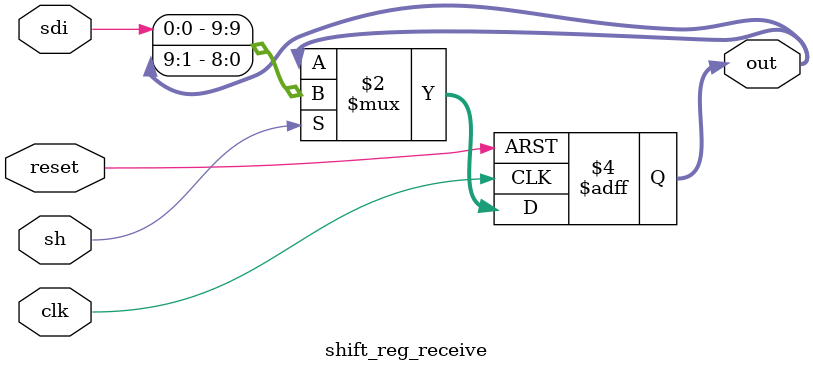
<source format=v>
`timescale 1ns / 1ps
module shift_reg_receive(sh,sdi,clk,reset,out);
input sh,sdi,clk,reset;
output reg [9:0] out;

always @ (posedge clk, posedge reset)
	if (reset)
		out <= 10'b00000_00000;
	else if (sh)
		out <= {sdi,out[9:1]};

endmodule

</source>
